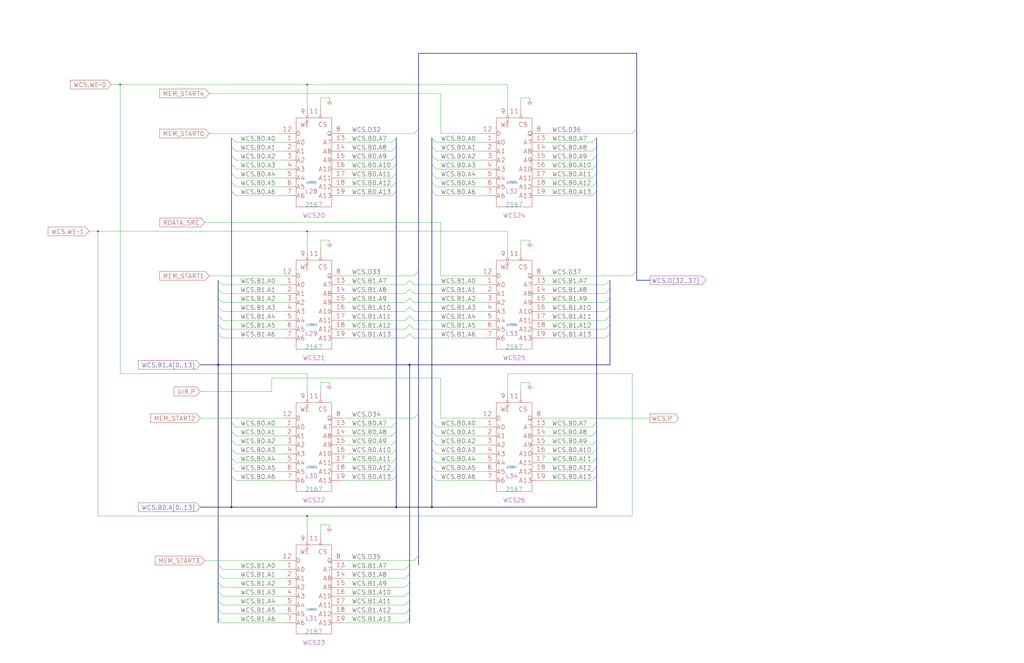
<source format=kicad_sch>
(kicad_sch (version 20211123) (generator eeschema)
  (paper "User" 584.2 378.46)
  (title_block (title "WRITABLE CONTROL STORE\\nBITS 32 to 37 AND PARITY") (date "20-MAR-90") (rev "1.0") (comment 1 "FIU") (comment 2 "232-003065") (comment 3 "S400") (comment 4 "RELEASED"))
  (lib_symbols
    (symbol "r1000:2167" (pin_numbers hide) (pin_names (offset 1.016) hide)
      (property "Reference" "U" (at 2.54 5.08 0))
      (property "Value" "2167" (at -1.27 -7.62 0))
      (property "Location" "___" (at -1.27 0 0))
      (property "Name" "______" (at 3.81 -15.24 0))
      (symbol "2167_1_1"
        (rectangle (start -6.35 41.91) (end 13.97 -8.89))
        (circle (center 0 42.545) (radius 0.635))
        (circle (center 7.62 42.545) (radius 0.635))
        (text "0" (at -2.54 27.94 0) (effects (font (size 2.54 2.54))))
        (text "0" (at 12.7 12.7 0) (effects (font (size 2.54 2.54))))
        (text "1" (at -12.7 35.56 0) (effects (font (size 2.54 2.54))))
        (text "1" (at -10.16 30.48 0) (effects (font (size 2.54 2.54))))
        (text "1" (at -2.54 22.86 0) (effects (font (size 2.54 2.54))))
        (text "1" (at 2.54 45.72 0) (effects (font (size 2.54 2.54))))
        (text "1" (at 5.08 45.72 0) (effects (font (size 2.54 2.54))))
        (text "1" (at 10.16 -2.54 0) (effects (font (size 2.54 2.54))))
        (text "1" (at 10.16 2.54 0) (effects (font (size 2.54 2.54))))
        (text "1" (at 10.16 7.62 0) (effects (font (size 2.54 2.54))))
        (text "1" (at 10.16 12.7 0) (effects (font (size 2.54 2.54))))
        (text "1" (at 12.7 7.62 0) (effects (font (size 2.54 2.54))))
        (text "1" (at 17.78 0 0) (effects (font (size 2.54 2.54))))
        (text "1" (at 17.78 5.08 0) (effects (font (size 2.54 2.54))))
        (text "1" (at 17.78 10.16 0) (effects (font (size 2.54 2.54))))
        (text "1" (at 17.78 15.24 0) (effects (font (size 2.54 2.54))))
        (text "1" (at 17.78 20.32 0) (effects (font (size 2.54 2.54))))
        (text "1" (at 17.78 25.4 0) (effects (font (size 2.54 2.54))))
        (text "1" (at 17.78 30.48 0) (effects (font (size 2.54 2.54))))
        (text "2" (at -10.16 25.4 0) (effects (font (size 2.54 2.54))))
        (text "2" (at -10.16 35.56 0) (effects (font (size 2.54 2.54))))
        (text "2" (at -2.54 17.78 0) (effects (font (size 2.54 2.54))))
        (text "2" (at 12.7 2.54 0) (effects (font (size 2.54 2.54))))
        (text "3" (at -10.16 20.32 0) (effects (font (size 2.54 2.54))))
        (text "3" (at -2.54 12.7 0) (effects (font (size 2.54 2.54))))
        (text "3" (at 12.7 -2.54 0) (effects (font (size 2.54 2.54))))
        (text "3" (at 20.32 30.48 0) (effects (font (size 2.54 2.54))))
        (text "4" (at -10.16 15.24 0) (effects (font (size 2.54 2.54))))
        (text "4" (at -2.54 7.62 0) (effects (font (size 2.54 2.54))))
        (text "4" (at 20.32 25.4 0) (effects (font (size 2.54 2.54))))
        (text "5" (at -10.16 10.16 0) (effects (font (size 2.54 2.54))))
        (text "5" (at -2.54 2.54 0) (effects (font (size 2.54 2.54))))
        (text "5" (at 20.32 20.32 0) (effects (font (size 2.54 2.54))))
        (text "6" (at -10.16 5.08 0) (effects (font (size 2.54 2.54))))
        (text "6" (at -2.54 -2.54 0) (effects (font (size 2.54 2.54))))
        (text "6" (at 20.32 15.24 0) (effects (font (size 2.54 2.54))))
        (text "7" (at -10.16 0 0) (effects (font (size 2.54 2.54))))
        (text "7" (at 12.7 27.94 0) (effects (font (size 2.54 2.54))))
        (text "7" (at 20.32 10.16 0) (effects (font (size 2.54 2.54))))
        (text "8" (at 12.7 22.86 0) (effects (font (size 2.54 2.54))))
        (text "8" (at 17.78 35.56 0) (effects (font (size 2.54 2.54))))
        (text "8" (at 20.32 5.08 0) (effects (font (size 2.54 2.54))))
        (text "9" (at -2.54 45.72 0) (effects (font (size 2.54 2.54))))
        (text "9" (at 12.7 17.78 0) (effects (font (size 2.54 2.54))))
        (text "9" (at 20.32 0 0) (effects (font (size 2.54 2.54))))
        (text "A" (at -5.08 -2.54 0) (effects (font (size 2.54 2.54))))
        (text "A" (at -5.08 2.54 0) (effects (font (size 2.54 2.54))))
        (text "A" (at -5.08 7.62 0) (effects (font (size 2.54 2.54))))
        (text "A" (at -5.08 12.7 0) (effects (font (size 2.54 2.54))))
        (text "A" (at -5.08 17.78 0) (effects (font (size 2.54 2.54))))
        (text "A" (at -5.08 22.86 0) (effects (font (size 2.54 2.54))))
        (text "A" (at -5.08 27.94 0) (effects (font (size 2.54 2.54))))
        (text "A" (at 7.62 -2.54 0) (effects (font (size 2.54 2.54))))
        (text "A" (at 7.62 2.54 0) (effects (font (size 2.54 2.54))))
        (text "A" (at 7.62 7.62 0) (effects (font (size 2.54 2.54))))
        (text "A" (at 7.62 12.7 0) (effects (font (size 2.54 2.54))))
        (text "A" (at 10.16 17.78 0) (effects (font (size 2.54 2.54))))
        (text "A" (at 10.16 22.86 0) (effects (font (size 2.54 2.54))))
        (text "A" (at 10.16 27.94 0) (effects (font (size 2.54 2.54))))
        (text "C" (at 7.62 38.1 0) (effects (font (size 2.54 2.54))))
        (text "D" (at -5.08 33.02 0) (effects (font (size 2.54 2.54))))
        (text "E" (at 0 38.1 0) (effects (font (size 2.54 2.54))))
        (text "Q" (at 12.7 33.02 0) (effects (font (size 2.54 2.54))))
        (text "S" (at 10.16 38.1 0) (effects (font (size 2.54 2.54))))
        (text "v" (at 0 40.64 0) (effects (font (size 2.54 2.54))))
        (text "W" (at -2.54 38.1 0) (effects (font (size 2.54 2.54))))
        (pin input line (at -12.7 27.94 0) (length 6.35) (name "A0") (number "1"))
        (pin input line (at 7.62 48.26 270) (length 5.08) (name "CS_") (number "11"))
        (pin input line (at -12.7 33.02 0) (length 6.35) (name "D") (number "12"))
        (pin input line (at 20.32 27.94 180) (length 6.35) (name "A7") (number "13"))
        (pin input line (at 20.32 22.86 180) (length 6.35) (name "A8") (number "14"))
        (pin input line (at 20.32 17.78 180) (length 6.35) (name "A9") (number "15"))
        (pin input line (at 20.32 12.7 180) (length 6.35) (name "A10") (number "16"))
        (pin input line (at 20.32 7.62 180) (length 6.35) (name "A11") (number "17"))
        (pin input line (at 20.32 2.54 180) (length 6.35) (name "A12") (number "18"))
        (pin input line (at 20.32 -2.54 180) (length 6.35) (name "A13") (number "19"))
        (pin input line (at -12.7 22.86 0) (length 6.35) (name "A1") (number "2"))
        (pin input line (at -12.7 17.78 0) (length 6.35) (name "A2") (number "3"))
        (pin input line (at -12.7 12.7 0) (length 6.35) (name "A3") (number "4"))
        (pin input line (at -12.7 7.62 0) (length 6.35) (name "A4") (number "5"))
        (pin input line (at -12.7 2.54 0) (length 6.35) (name "A5") (number "6"))
        (pin input line (at -12.7 -2.54 0) (length 6.35) (name "A6") (number "7"))
        (pin output line (at 20.32 33.02 180) (length 6.35) (name "Q") (number "8"))
        (pin input line (at 0 48.26 270) (length 5.08) (name "WE_") (number "9"))
      )
    )
    (symbol "r1000:PD" (power) (pin_numbers hide) (pin_names hide) (in_bom no)
      (symbol "PD_0_1"
        (polyline (pts (xy 0 -2.54) (xy 1.27 -2.54) (xy 0 -3.81) (xy -1.27 -2.54) (xy 0 -2.54)) (stroke (width 0.1524)))
      )
      (symbol "PD_1_1"
        (pin power_in line (at 0 0 270) (length 2.54) (name "PD") (number "1"))
      )
    )
  )
  (junction (at 175.26 48.26))
  (junction (at 68.58 48.26))
  (junction (at 175.26 132.08))
  (junction (at 124.46 208.28))
  (junction (at 175.26 294.64))
  (junction (at 226.06 289.56))
  (junction (at 233.68 208.28))
  (junction (at 132.08 289.56))
  (junction (at 246.38 289.56))
  (junction (at 55.88 132.08))
  (bus_entry (at 340.36 78.74) (size -2.54 2.54))
  (bus_entry (at 340.36 109.22) (size -2.54 2.54))
  (bus_entry (at 233.68 327.66) (size -2.54 2.54))
  (bus_entry (at 233.68 190.5) (size -2.54 2.54))
  (bus_entry (at 347.98 180.34) (size -2.54 2.54))
  (bus_entry (at 233.68 160.02) (size -2.54 2.54))
  (bus_entry (at 226.06 261.62) (size -2.54 2.54))
  (bus_entry (at 132.08 99.06) (size 2.54 2.54))
  (bus_entry (at 124.46 160.02) (size 2.54 2.54))
  (bus_entry (at 226.06 241.3) (size -2.54 2.54))
  (bus_entry (at 124.46 190.5) (size 2.54 2.54))
  (bus_entry (at 340.36 83.82) (size -2.54 2.54))
  (bus_entry (at 246.38 78.74) (size 2.54 2.54))
  (bus_entry (at 132.08 88.9) (size 2.54 2.54))
  (bus_entry (at 226.06 256.54) (size -2.54 2.54))
  (bus_entry (at 226.06 78.74) (size -2.54 2.54))
  (bus_entry (at 132.08 256.54) (size 2.54 2.54))
  (bus_entry (at 347.98 185.42) (size -2.54 2.54))
  (bus_entry (at 246.38 241.3) (size 2.54 2.54))
  (bus_entry (at 226.06 109.22) (size -2.54 2.54))
  (bus_entry (at 132.08 266.7) (size 2.54 2.54))
  (bus_entry (at 226.06 251.46) (size -2.54 2.54))
  (bus_entry (at 233.68 332.74) (size -2.54 2.54))
  (bus_entry (at 233.68 170.18) (size 2.54 2.54))
  (bus_entry (at 124.46 165.1) (size 2.54 2.54))
  (bus_entry (at 132.08 271.78) (size 2.54 2.54))
  (bus_entry (at 132.08 246.38) (size 2.54 2.54))
  (bus_entry (at 132.08 261.62) (size 2.54 2.54))
  (bus_entry (at 233.68 190.5) (size 2.54 2.54))
  (bus_entry (at 233.68 347.98) (size -2.54 2.54))
  (bus_entry (at 340.36 246.38) (size -2.54 2.54))
  (bus_entry (at 226.06 83.82) (size -2.54 2.54))
  (bus_entry (at 132.08 104.14) (size 2.54 2.54))
  (bus_entry (at 246.38 256.54) (size 2.54 2.54))
  (bus_entry (at 246.38 266.7) (size 2.54 2.54))
  (bus_entry (at 233.68 342.9) (size -2.54 2.54))
  (bus_entry (at 340.36 99.06) (size -2.54 2.54))
  (bus_entry (at 347.98 165.1) (size -2.54 2.54))
  (bus_entry (at 226.06 271.78) (size -2.54 2.54))
  (bus_entry (at 246.38 99.06) (size 2.54 2.54))
  (bus_entry (at 233.68 165.1) (size 2.54 2.54))
  (bus_entry (at 340.36 93.98) (size -2.54 2.54))
  (bus_entry (at 226.06 99.06) (size -2.54 2.54))
  (bus_entry (at 233.68 180.34) (size -2.54 2.54))
  (bus_entry (at 226.06 93.98) (size -2.54 2.54))
  (bus_entry (at 124.46 170.18) (size 2.54 2.54))
  (bus_entry (at 246.38 271.78) (size 2.54 2.54))
  (bus_entry (at 233.68 175.26) (size -2.54 2.54))
  (bus_entry (at 340.36 266.7) (size -2.54 2.54))
  (bus_entry (at 124.46 175.26) (size 2.54 2.54))
  (bus_entry (at 233.68 322.58) (size -2.54 2.54))
  (bus_entry (at 340.36 104.14) (size -2.54 2.54))
  (bus_entry (at 347.98 175.26) (size -2.54 2.54))
  (bus_entry (at 233.68 160.02) (size 2.54 2.54))
  (bus_entry (at 340.36 251.46) (size -2.54 2.54))
  (bus_entry (at 124.46 180.34) (size 2.54 2.54))
  (bus_entry (at 233.68 185.42) (size -2.54 2.54))
  (bus_entry (at 124.46 347.98) (size 2.54 2.54))
  (bus_entry (at 124.46 332.74) (size 2.54 2.54))
  (bus_entry (at 124.46 185.42) (size 2.54 2.54))
  (bus_entry (at 246.38 93.98) (size 2.54 2.54))
  (bus_entry (at 124.46 342.9) (size 2.54 2.54))
  (bus_entry (at 246.38 251.46) (size 2.54 2.54))
  (bus_entry (at 233.68 185.42) (size 2.54 2.54))
  (bus_entry (at 233.68 337.82) (size -2.54 2.54))
  (bus_entry (at 340.36 261.62) (size -2.54 2.54))
  (bus_entry (at 132.08 109.22) (size 2.54 2.54))
  (bus_entry (at 233.68 353.06) (size -2.54 2.54))
  (bus_entry (at 246.38 104.14) (size 2.54 2.54))
  (bus_entry (at 340.36 271.78) (size -2.54 2.54))
  (bus_entry (at 124.46 322.58) (size 2.54 2.54))
  (bus_entry (at 233.68 180.34) (size 2.54 2.54))
  (bus_entry (at 246.38 83.82) (size 2.54 2.54))
  (bus_entry (at 347.98 170.18) (size -2.54 2.54))
  (bus_entry (at 132.08 83.82) (size 2.54 2.54))
  (bus_entry (at 340.36 256.54) (size -2.54 2.54))
  (bus_entry (at 340.36 241.3) (size -2.54 2.54))
  (bus_entry (at 246.38 261.62) (size 2.54 2.54))
  (bus_entry (at 124.46 327.66) (size 2.54 2.54))
  (bus_entry (at 226.06 246.38) (size -2.54 2.54))
  (bus_entry (at 246.38 109.22) (size 2.54 2.54))
  (bus_entry (at 347.98 190.5) (size -2.54 2.54))
  (bus_entry (at 233.68 175.26) (size 2.54 2.54))
  (bus_entry (at 246.38 88.9) (size 2.54 2.54))
  (bus_entry (at 226.06 88.9) (size -2.54 2.54))
  (bus_entry (at 132.08 78.74) (size 2.54 2.54))
  (bus_entry (at 132.08 251.46) (size 2.54 2.54))
  (bus_entry (at 132.08 241.3) (size 2.54 2.54))
  (bus_entry (at 124.46 337.82) (size 2.54 2.54))
  (bus_entry (at 233.68 170.18) (size -2.54 2.54))
  (bus_entry (at 226.06 266.7) (size -2.54 2.54))
  (bus_entry (at 124.46 353.06) (size 2.54 2.54))
  (bus_entry (at 238.76 73.66) (size -2.54 2.54))
  (bus_entry (at 238.76 154.94) (size -2.54 2.54))
  (bus_entry (at 238.76 236.22) (size -2.54 2.54))
  (bus_entry (at 238.76 317.5) (size -2.54 2.54))
  (bus_entry (at 363.22 73.66) (size -2.54 2.54))
  (bus_entry (at 363.22 154.94) (size -2.54 2.54))
  (bus_entry (at 226.06 104.14) (size -2.54 2.54))
  (bus_entry (at 340.36 88.9) (size -2.54 2.54))
  (bus_entry (at 347.98 160.02) (size -2.54 2.54))
  (bus_entry (at 246.38 246.38) (size 2.54 2.54))
  (bus_entry (at 132.08 93.98) (size 2.54 2.54))
  (bus_entry (at 233.68 165.1) (size -2.54 2.54))
  (wire (pts (xy 195.58 162.56) (xy 231.14 162.56)))
  (bus (pts (xy 132.08 266.7) (xy 132.08 271.78)))
  (wire (pts (xy 195.58 274.32) (xy 223.52 274.32)))
  (wire (pts (xy 182.88 142.24) (xy 182.88 137.16)))
  (bus (pts (xy 132.08 261.62) (xy 132.08 266.7)))
  (bus (pts (xy 226.06 93.98) (xy 226.06 99.06)))
  (bus (pts (xy 124.46 170.18) (xy 124.46 175.26)))
  (wire (pts (xy 134.62 81.28) (xy 162.56 81.28)))
  (bus (pts (xy 132.08 271.78) (xy 132.08 289.56)))
  (wire (pts (xy 248.92 106.68) (xy 276.86 106.68)))
  (bus (pts (xy 340.36 241.3) (xy 340.36 246.38)))
  (wire (pts (xy 195.58 167.64) (xy 231.14 167.64)))
  (bus (pts (xy 124.46 337.82) (xy 124.46 342.9)))
  (bus (pts (xy 340.36 251.46) (xy 340.36 256.54)))
  (wire (pts (xy 195.58 86.36) (xy 223.52 86.36)))
  (bus (pts (xy 226.06 246.38) (xy 226.06 251.46)))
  (bus (pts (xy 246.38 246.38) (xy 246.38 251.46)))
  (bus (pts (xy 226.06 261.62) (xy 226.06 266.7)))
  (bus (pts (xy 340.36 266.7) (xy 340.36 271.78)))
  (bus (pts (xy 226.06 256.54) (xy 226.06 261.62)))
  (bus (pts (xy 226.06 88.9) (xy 226.06 93.98)))
  (bus (pts (xy 246.38 104.14) (xy 246.38 109.22)))
  (bus (pts (xy 347.98 170.18) (xy 347.98 175.26)))
  (wire (pts (xy 134.62 269.24) (xy 162.56 269.24)))
  (wire (pts (xy 309.88 193.04) (xy 345.44 193.04)))
  (wire (pts (xy 195.58 345.44) (xy 231.14 345.44)))
  (wire (pts (xy 195.58 259.08) (xy 223.52 259.08)))
  (bus (pts (xy 124.46 208.28) (xy 124.46 322.58)))
  (bus (pts (xy 347.98 165.1) (xy 347.98 170.18)))
  (bus (pts (xy 246.38 251.46) (xy 246.38 256.54)))
  (wire (pts (xy 119.38 157.48) (xy 162.56 157.48)))
  (bus (pts (xy 246.38 88.9) (xy 246.38 93.98)))
  (wire (pts (xy 134.62 86.36) (xy 162.56 86.36)))
  (wire (pts (xy 309.88 254) (xy 337.82 254)))
  (wire (pts (xy 309.88 157.48) (xy 360.68 157.48)))
  (wire (pts (xy 134.62 101.6) (xy 162.56 101.6)))
  (bus (pts (xy 124.46 332.74) (xy 124.46 337.82)))
  (wire (pts (xy 195.58 243.84) (xy 223.52 243.84)))
  (wire (pts (xy 134.62 259.08) (xy 162.56 259.08)))
  (bus (pts (xy 233.68 337.82) (xy 233.68 342.9)))
  (wire (pts (xy 195.58 106.68) (xy 223.52 106.68)))
  (wire (pts (xy 248.92 86.36) (xy 276.86 86.36)))
  (wire (pts (xy 236.22 172.72) (xy 276.86 172.72)))
  (wire (pts (xy 195.58 187.96) (xy 231.14 187.96)))
  (wire (pts (xy 182.88 137.16) (xy 187.96 137.16)))
  (bus (pts (xy 347.98 190.5) (xy 347.98 208.28)))
  (wire (pts (xy 236.22 177.8) (xy 276.86 177.8)))
  (bus (pts (xy 226.06 266.7) (xy 226.06 271.78)))
  (wire (pts (xy 134.62 91.44) (xy 162.56 91.44)))
  (bus (pts (xy 226.06 241.3) (xy 226.06 246.38)))
  (wire (pts (xy 309.88 101.6) (xy 337.82 101.6)))
  (wire (pts (xy 248.92 274.32) (xy 276.86 274.32)))
  (wire (pts (xy 127 167.64) (xy 162.56 167.64)))
  (wire (pts (xy 182.88 299.72) (xy 187.96 299.72)))
  (bus (pts (xy 233.68 342.9) (xy 233.68 347.98)))
  (bus (pts (xy 124.46 353.06) (xy 124.46 355.6)))
  (wire (pts (xy 248.92 81.28) (xy 276.86 81.28)))
  (wire (pts (xy 309.88 111.76) (xy 337.82 111.76)))
  (bus (pts (xy 132.08 104.14) (xy 132.08 109.22)))
  (bus (pts (xy 124.46 322.58) (xy 124.46 327.66)))
  (bus (pts (xy 114.3 208.28) (xy 124.46 208.28)))
  (bus (pts (xy 124.46 160.02) (xy 124.46 165.1)))
  (bus (pts (xy 233.68 208.28) (xy 124.46 208.28)))
  (bus (pts (xy 347.98 208.28) (xy 233.68 208.28)))
  (wire (pts (xy 248.92 91.44) (xy 276.86 91.44)))
  (bus (pts (xy 233.68 332.74) (xy 233.68 337.82)))
  (bus (pts (xy 132.08 241.3) (xy 132.08 246.38)))
  (bus (pts (xy 233.68 322.58) (xy 233.68 327.66)))
  (bus (pts (xy 340.36 109.22) (xy 340.36 241.3)))
  (wire (pts (xy 309.88 76.2) (xy 360.68 76.2)))
  (bus (pts (xy 246.38 266.7) (xy 246.38 271.78)))
  (bus (pts (xy 340.36 261.62) (xy 340.36 266.7)))
  (wire (pts (xy 297.18 55.88) (xy 302.26 55.88)))
  (wire (pts (xy 195.58 335.28) (xy 231.14 335.28)))
  (wire (pts (xy 309.88 162.56) (xy 345.44 162.56)))
  (bus (pts (xy 124.46 347.98) (xy 124.46 353.06)))
  (wire (pts (xy 127 187.96) (xy 162.56 187.96)))
  (wire (pts (xy 297.18 137.16) (xy 302.26 137.16)))
  (wire (pts (xy 175.26 132.08) (xy 175.26 142.24)))
  (wire (pts (xy 114.3 238.76) (xy 162.56 238.76)))
  (wire (pts (xy 127 345.44) (xy 162.56 345.44)))
  (wire (pts (xy 251.46 53.34) (xy 119.38 53.34)))
  (wire (pts (xy 251.46 76.2) (xy 251.46 53.34)))
  (wire (pts (xy 127 172.72) (xy 162.56 172.72)))
  (wire (pts (xy 175.26 213.36) (xy 175.26 223.52)))
  (wire (pts (xy 289.56 223.52) (xy 289.56 213.36)))
  (bus (pts (xy 132.08 109.22) (xy 132.08 241.3)))
  (bus (pts (xy 238.76 30.48) (xy 238.76 73.66)))
  (bus (pts (xy 238.76 30.48) (xy 363.22 30.48)))
  (bus (pts (xy 363.22 30.48) (xy 363.22 73.66)))
  (wire (pts (xy 309.88 269.24) (xy 337.82 269.24)))
  (wire (pts (xy 248.92 254) (xy 276.86 254)))
  (bus (pts (xy 132.08 93.98) (xy 132.08 99.06)))
  (bus (pts (xy 340.36 256.54) (xy 340.36 261.62)))
  (bus (pts (xy 340.36 271.78) (xy 340.36 289.56)))
  (bus (pts (xy 132.08 83.82) (xy 132.08 88.9)))
  (wire (pts (xy 309.88 182.88) (xy 345.44 182.88)))
  (wire (pts (xy 297.18 223.52) (xy 297.18 218.44)))
  (bus (pts (xy 347.98 180.34) (xy 347.98 185.42)))
  (bus (pts (xy 347.98 160.02) (xy 347.98 165.1)))
  (bus (pts (xy 246.38 241.3) (xy 246.38 246.38)))
  (bus (pts (xy 340.36 104.14) (xy 340.36 109.22)))
  (bus (pts (xy 132.08 251.46) (xy 132.08 256.54)))
  (wire (pts (xy 114.3 223.52) (xy 154.94 223.52)))
  (wire (pts (xy 154.94 215.9) (xy 251.46 215.9)))
  (wire (pts (xy 154.94 223.52) (xy 154.94 215.9)))
  (wire (pts (xy 251.46 215.9) (xy 251.46 238.76)))
  (bus (pts (xy 226.06 251.46) (xy 226.06 256.54)))
  (wire (pts (xy 127 350.52) (xy 162.56 350.52)))
  (wire (pts (xy 119.38 76.2) (xy 162.56 76.2)))
  (wire (pts (xy 309.88 86.36) (xy 337.82 86.36)))
  (wire (pts (xy 195.58 269.24) (xy 223.52 269.24)))
  (wire (pts (xy 134.62 106.68) (xy 162.56 106.68)))
  (wire (pts (xy 195.58 320.04) (xy 236.22 320.04)))
  (wire (pts (xy 175.26 48.26) (xy 175.26 60.96)))
  (bus (pts (xy 124.46 165.1) (xy 124.46 170.18)))
  (wire (pts (xy 236.22 167.64) (xy 276.86 167.64)))
  (wire (pts (xy 309.88 96.52) (xy 337.82 96.52)))
  (wire (pts (xy 195.58 238.76) (xy 236.22 238.76)))
  (wire (pts (xy 309.88 248.92) (xy 337.82 248.92)))
  (wire (pts (xy 309.88 264.16) (xy 337.82 264.16)))
  (wire (pts (xy 127 182.88) (xy 162.56 182.88)))
  (bus (pts (xy 233.68 208.28) (xy 233.68 322.58)))
  (bus (pts (xy 233.68 327.66) (xy 233.68 332.74)))
  (wire (pts (xy 195.58 350.52) (xy 231.14 350.52)))
  (bus (pts (xy 363.22 73.66) (xy 363.22 154.94)))
  (bus (pts (xy 124.46 175.26) (xy 124.46 180.34)))
  (wire (pts (xy 297.18 60.96) (xy 297.18 55.88)))
  (wire (pts (xy 127 340.36) (xy 162.56 340.36)))
  (wire (pts (xy 127 325.12) (xy 162.56 325.12)))
  (wire (pts (xy 182.88 218.44) (xy 187.96 218.44)))
  (wire (pts (xy 251.46 238.76) (xy 276.86 238.76)))
  (wire (pts (xy 297.18 142.24) (xy 297.18 137.16)))
  (wire (pts (xy 236.22 187.96) (xy 276.86 187.96)))
  (bus (pts (xy 246.38 93.98) (xy 246.38 99.06)))
  (wire (pts (xy 134.62 274.32) (xy 162.56 274.32)))
  (bus (pts (xy 363.22 154.94) (xy 363.22 160.02)))
  (wire (pts (xy 309.88 243.84) (xy 337.82 243.84)))
  (bus (pts (xy 132.08 246.38) (xy 132.08 251.46)))
  (wire (pts (xy 309.88 274.32) (xy 337.82 274.32)))
  (bus (pts (xy 124.46 190.5) (xy 124.46 208.28)))
  (wire (pts (xy 182.88 304.8) (xy 182.88 299.72)))
  (bus (pts (xy 340.36 99.06) (xy 340.36 104.14)))
  (bus (pts (xy 124.46 342.9) (xy 124.46 347.98)))
  (wire (pts (xy 55.88 132.08) (xy 175.26 132.08)))
  (wire (pts (xy 55.88 294.64) (xy 55.88 132.08)))
  (wire (pts (xy 175.26 132.08) (xy 289.56 132.08)))
  (wire (pts (xy 175.26 294.64) (xy 55.88 294.64)))
  (wire (pts (xy 175.26 304.8) (xy 175.26 294.64)))
  (wire (pts (xy 289.56 132.08) (xy 289.56 142.24)))
  (bus (pts (xy 124.46 180.34) (xy 124.46 185.42)))
  (wire (pts (xy 309.88 91.44) (xy 337.82 91.44)))
  (wire (pts (xy 195.58 177.8) (xy 231.14 177.8)))
  (wire (pts (xy 195.58 172.72) (xy 231.14 172.72)))
  (wire (pts (xy 182.88 223.52) (xy 182.88 218.44)))
  (bus (pts (xy 246.38 83.82) (xy 246.38 88.9)))
  (bus (pts (xy 226.06 99.06) (xy 226.06 104.14)))
  (bus (pts (xy 238.76 73.66) (xy 238.76 154.94)))
  (bus (pts (xy 132.08 99.06) (xy 132.08 104.14)))
  (wire (pts (xy 195.58 330.2) (xy 231.14 330.2)))
  (wire (pts (xy 248.92 248.92) (xy 276.86 248.92)))
  (bus (pts (xy 124.46 185.42) (xy 124.46 190.5)))
  (wire (pts (xy 248.92 259.08) (xy 276.86 259.08)))
  (bus (pts (xy 226.06 271.78) (xy 226.06 289.56)))
  (wire (pts (xy 289.56 213.36) (xy 360.68 213.36)))
  (wire (pts (xy 360.68 213.36) (xy 360.68 294.64)))
  (wire (pts (xy 360.68 294.64) (xy 175.26 294.64)))
  (bus (pts (xy 363.22 160.02) (xy 370.84 160.02)))
  (wire (pts (xy 195.58 111.76) (xy 223.52 111.76)))
  (wire (pts (xy 309.88 177.8) (xy 345.44 177.8)))
  (wire (pts (xy 248.92 243.84) (xy 276.86 243.84)))
  (bus (pts (xy 238.76 236.22) (xy 238.76 317.5)))
  (bus (pts (xy 114.3 289.56) (xy 132.08 289.56)))
  (bus (pts (xy 132.08 289.56) (xy 226.06 289.56)))
  (bus (pts (xy 226.06 289.56) (xy 246.38 289.56)))
  (bus (pts (xy 246.38 289.56) (xy 340.36 289.56)))
  (bus (pts (xy 340.36 78.74) (xy 340.36 83.82)))
  (wire (pts (xy 309.88 106.68) (xy 337.82 106.68)))
  (wire (pts (xy 251.46 127) (xy 116.84 127)))
  (wire (pts (xy 251.46 157.48) (xy 251.46 127)))
  (wire (pts (xy 195.58 91.44) (xy 223.52 91.44)))
  (bus (pts (xy 124.46 327.66) (xy 124.46 332.74)))
  (wire (pts (xy 309.88 172.72) (xy 345.44 172.72)))
  (wire (pts (xy 134.62 243.84) (xy 162.56 243.84)))
  (wire (pts (xy 134.62 248.92) (xy 162.56 248.92)))
  (bus (pts (xy 246.38 99.06) (xy 246.38 104.14)))
  (bus (pts (xy 233.68 347.98) (xy 233.68 353.06)))
  (bus (pts (xy 340.36 83.82) (xy 340.36 88.9)))
  (wire (pts (xy 68.58 48.26) (xy 68.58 213.36)))
  (wire (pts (xy 68.58 213.36) (xy 175.26 213.36)))
  (wire (pts (xy 175.26 48.26) (xy 68.58 48.26)))
  (wire (pts (xy 289.56 48.26) (xy 175.26 48.26)))
  (wire (pts (xy 289.56 60.96) (xy 289.56 48.26)))
  (wire (pts (xy 248.92 269.24) (xy 276.86 269.24)))
  (wire (pts (xy 248.92 111.76) (xy 276.86 111.76)))
  (wire (pts (xy 127 193.04) (xy 162.56 193.04)))
  (bus (pts (xy 347.98 175.26) (xy 347.98 180.34)))
  (bus (pts (xy 226.06 83.82) (xy 226.06 88.9)))
  (bus (pts (xy 238.76 154.94) (xy 238.76 236.22)))
  (wire (pts (xy 127 162.56) (xy 162.56 162.56)))
  (bus (pts (xy 226.06 109.22) (xy 226.06 241.3)))
  (wire (pts (xy 309.88 238.76) (xy 370.84 238.76)))
  (wire (pts (xy 309.88 167.64) (xy 345.44 167.64)))
  (bus (pts (xy 340.36 93.98) (xy 340.36 99.06)))
  (wire (pts (xy 236.22 182.88) (xy 276.86 182.88)))
  (wire (pts (xy 127 177.8) (xy 162.56 177.8)))
  (wire (pts (xy 195.58 101.6) (xy 223.52 101.6)))
  (wire (pts (xy 195.58 325.12) (xy 231.14 325.12)))
  (bus (pts (xy 226.06 104.14) (xy 226.06 109.22)))
  (wire (pts (xy 127 335.28) (xy 162.56 335.28)))
  (wire (pts (xy 127 355.6) (xy 162.56 355.6)))
  (bus (pts (xy 233.68 353.06) (xy 233.68 355.6)))
  (wire (pts (xy 248.92 264.16) (xy 276.86 264.16)))
  (bus (pts (xy 226.06 78.74) (xy 226.06 83.82)))
  (bus (pts (xy 246.38 78.74) (xy 246.38 83.82)))
  (wire (pts (xy 116.84 320.04) (xy 162.56 320.04)))
  (wire (pts (xy 195.58 355.6) (xy 231.14 355.6)))
  (wire (pts (xy 195.58 182.88) (xy 231.14 182.88)))
  (bus (pts (xy 246.38 261.62) (xy 246.38 266.7)))
  (bus (pts (xy 132.08 88.9) (xy 132.08 93.98)))
  (bus (pts (xy 340.36 88.9) (xy 340.36 93.98)))
  (wire (pts (xy 236.22 193.04) (xy 276.86 193.04)))
  (wire (pts (xy 195.58 157.48) (xy 236.22 157.48)))
  (wire (pts (xy 195.58 248.92) (xy 223.52 248.92)))
  (wire (pts (xy 182.88 55.88) (xy 187.96 55.88)))
  (wire (pts (xy 182.88 60.96) (xy 182.88 55.88)))
  (wire (pts (xy 195.58 340.36) (xy 231.14 340.36)))
  (wire (pts (xy 248.92 101.6) (xy 276.86 101.6)))
  (wire (pts (xy 309.88 187.96) (xy 345.44 187.96)))
  (wire (pts (xy 195.58 76.2) (xy 236.22 76.2)))
  (wire (pts (xy 251.46 76.2) (xy 276.86 76.2)))
  (wire (pts (xy 251.46 157.48) (xy 276.86 157.48)))
  (wire (pts (xy 134.62 96.52) (xy 162.56 96.52)))
  (wire (pts (xy 134.62 264.16) (xy 162.56 264.16)))
  (wire (pts (xy 195.58 81.28) (xy 223.52 81.28)))
  (bus (pts (xy 246.38 256.54) (xy 246.38 261.62)))
  (wire (pts (xy 195.58 193.04) (xy 231.14 193.04)))
  (bus (pts (xy 340.36 246.38) (xy 340.36 251.46)))
  (wire (pts (xy 297.18 218.44) (xy 302.26 218.44)))
  (wire (pts (xy 127 330.2) (xy 162.56 330.2)))
  (bus (pts (xy 347.98 185.42) (xy 347.98 190.5)))
  (bus (pts (xy 132.08 256.54) (xy 132.08 261.62)))
  (bus (pts (xy 238.76 317.5) (xy 238.76 322.58)))
  (bus (pts (xy 246.38 271.78) (xy 246.38 289.56)))
  (wire (pts (xy 309.88 259.08) (xy 337.82 259.08)))
  (wire (pts (xy 236.22 162.56) (xy 276.86 162.56)))
  (wire (pts (xy 134.62 254) (xy 162.56 254)))
  (wire (pts (xy 63.5 48.26) (xy 68.58 48.26)))
  (bus (pts (xy 246.38 109.22) (xy 246.38 241.3)))
  (wire (pts (xy 248.92 96.52) (xy 276.86 96.52)))
  (wire (pts (xy 309.88 81.28) (xy 337.82 81.28)))
  (wire (pts (xy 50.8 132.08) (xy 55.88 132.08)))
  (wire (pts (xy 134.62 111.76) (xy 162.56 111.76)))
  (bus (pts (xy 132.08 78.74) (xy 132.08 83.82)))
  (wire (pts (xy 195.58 264.16) (xy 223.52 264.16)))
  (wire (pts (xy 195.58 96.52) (xy 223.52 96.52)))
  (wire (pts (xy 195.58 254) (xy 223.52 254)))
  (label "WCS.B1.A6" (at 137.16 193.04 0) (effects (font (size 2.54 2.54))))
  (label "WCS.B1.A4" (at 251.46 182.88 0) (effects (font (size 2.54 2.54))))
  (label "WCS.B0.A7" (at 314.96 243.84 0) (effects (font (size 2.54 2.54))))
  (label "WCS.B0.A7" (at 200.66 81.28 0) (effects (font (size 2.54 2.54))))
  (label "WCS.B0.A13" (at 200.66 111.76 0) (effects (font (size 2.54 2.54))))
  (label "WCS.B1.A0" (at 137.16 162.56 0) (effects (font (size 2.54 2.54))))
  (label "WCS.B0.A5" (at 137.16 106.68 0) (effects (font (size 2.54 2.54))))
  (label "WCS.B0.A12" (at 314.96 106.68 0) (effects (font (size 2.54 2.54))))
  (label "WCS.D37" (at 314.96 157.48 0) (effects (font (size 2.54 2.54))))
  (label "WCS.B0.A8" (at 314.96 86.36 0) (effects (font (size 2.54 2.54))))
  (label "WCS.B1.A10" (at 200.66 177.8 0) (effects (font (size 2.54 2.54))))
  (label "WCS.D32" (at 200.66 76.2 0) (effects (font (size 2.54 2.54))))
  (label "WCS.B1.A9" (at 314.96 172.72 0) (effects (font (size 2.54 2.54))))
  (label "WCS.B0.A2" (at 137.16 254 0) (effects (font (size 2.54 2.54))))
  (label "WCS.B0.A1" (at 251.46 248.92 0) (effects (font (size 2.54 2.54))))
  (label "WCS.B0.A6" (at 137.16 111.76 0) (effects (font (size 2.54 2.54))))
  (label "WCS.B1.A2" (at 137.16 172.72 0) (effects (font (size 2.54 2.54))))
  (label "WCS.B0.A12" (at 314.96 269.24 0) (effects (font (size 2.54 2.54))))
  (label "WCS.B0.A0" (at 251.46 81.28 0) (effects (font (size 2.54 2.54))))
  (label "WCS.B0.A0" (at 137.16 243.84 0) (effects (font (size 2.54 2.54))))
  (label "WCS.B0.A3" (at 251.46 96.52 0) (effects (font (size 2.54 2.54))))
  (label "WCS.B1.A3" (at 251.46 177.8 0) (effects (font (size 2.54 2.54))))
  (label "WCS.B1.A5" (at 137.16 350.52 0) (effects (font (size 2.54 2.54))))
  (label "WCS.B1.A8" (at 200.66 330.2 0) (effects (font (size 2.54 2.54))))
  (label "WCS.B0.A4" (at 137.16 264.16 0) (effects (font (size 2.54 2.54))))
  (label "WCS.B1.A7" (at 200.66 325.12 0) (effects (font (size 2.54 2.54))))
  (label "WCS.B0.A8" (at 200.66 86.36 0) (effects (font (size 2.54 2.54))))
  (label "WCS.B0.A12" (at 200.66 269.24 0) (effects (font (size 2.54 2.54))))
  (label "WCS.B0.A5" (at 251.46 106.68 0) (effects (font (size 2.54 2.54))))
  (label "WCS.B1.A12" (at 200.66 350.52 0) (effects (font (size 2.54 2.54))))
  (label "WCS.B0.A11" (at 200.66 101.6 0) (effects (font (size 2.54 2.54))))
  (label "WCS.B0.A1" (at 137.16 86.36 0) (effects (font (size 2.54 2.54))))
  (label "WCS.B1.A2" (at 137.16 335.28 0) (effects (font (size 2.54 2.54))))
  (label "WCS.B0.A2" (at 251.46 91.44 0) (effects (font (size 2.54 2.54))))
  (label "WCS.B0.A11" (at 200.66 264.16 0) (effects (font (size 2.54 2.54))))
  (label "WCS.B1.A12" (at 314.96 187.96 0) (effects (font (size 2.54 2.54))))
  (label "WCS.B1.A5" (at 137.16 187.96 0) (effects (font (size 2.54 2.54))))
  (label "WCS.B1.A3" (at 137.16 177.8 0) (effects (font (size 2.54 2.54))))
  (label "WCS.B0.A4" (at 251.46 101.6 0) (effects (font (size 2.54 2.54))))
  (label "WCS.B1.A8" (at 200.66 167.64 0) (effects (font (size 2.54 2.54))))
  (label "WCS.B0.A6" (at 251.46 274.32 0) (effects (font (size 2.54 2.54))))
  (label "WCS.B0.A10" (at 200.66 259.08 0) (effects (font (size 2.54 2.54))))
  (label "WCS.B1.A9" (at 200.66 172.72 0) (effects (font (size 2.54 2.54))))
  (label "WCS.B1.A9" (at 200.66 335.28 0) (effects (font (size 2.54 2.54))))
  (label "WCS.D33" (at 200.66 157.48 0) (effects (font (size 2.54 2.54))))
  (label "WCS.B0.A13" (at 314.96 111.76 0) (effects (font (size 2.54 2.54))))
  (label "WCS.B0.A4" (at 137.16 101.6 0) (effects (font (size 2.54 2.54))))
  (label "WCS.B1.A6" (at 251.46 193.04 0) (effects (font (size 2.54 2.54))))
  (label "WCS.B0.A12" (at 200.66 106.68 0) (effects (font (size 2.54 2.54))))
  (label "WCS.B0.A10" (at 314.96 96.52 0) (effects (font (size 2.54 2.54))))
  (label "WCS.B0.A11" (at 314.96 101.6 0) (effects (font (size 2.54 2.54))))
  (label "WCS.B0.A1" (at 251.46 86.36 0) (effects (font (size 2.54 2.54))))
  (label "WCS.B1.A1" (at 137.16 330.2 0) (effects (font (size 2.54 2.54))))
  (label "WCS.B1.A1" (at 137.16 167.64 0) (effects (font (size 2.54 2.54))))
  (label "WCS.B0.A0" (at 137.16 81.28 0) (effects (font (size 2.54 2.54))))
  (label "WCS.B0.A10" (at 200.66 96.52 0) (effects (font (size 2.54 2.54))))
  (label "WCS.B0.A3" (at 251.46 259.08 0) (effects (font (size 2.54 2.54))))
  (label "WCS.B1.A13" (at 200.66 355.6 0) (effects (font (size 2.54 2.54))))
  (label "WCS.B1.A7" (at 200.66 162.56 0) (effects (font (size 2.54 2.54))))
  (label "WCS.B1.A0" (at 137.16 325.12 0) (effects (font (size 2.54 2.54))))
  (label "WCS.B0.A0" (at 251.46 243.84 0) (effects (font (size 2.54 2.54))))
  (label "WCS.D36" (at 314.96 76.2 0) (effects (font (size 2.54 2.54))))
  (label "WCS.B0.A9" (at 200.66 254 0) (effects (font (size 2.54 2.54))))
  (label "WCS.B0.A4" (at 251.46 264.16 0) (effects (font (size 2.54 2.54))))
  (label "WCS.B0.A1" (at 137.16 248.92 0) (effects (font (size 2.54 2.54))))
  (label "WCS.B1.A11" (at 200.66 345.44 0) (effects (font (size 2.54 2.54))))
  (label "WCS.B1.A2" (at 251.46 172.72 0) (effects (font (size 2.54 2.54))))
  (label "WCS.B0.A2" (at 251.46 254 0) (effects (font (size 2.54 2.54))))
  (label "WCS.B0.A7" (at 314.96 81.28 0) (effects (font (size 2.54 2.54))))
  (label "WCS.B0.A2" (at 137.16 91.44 0) (effects (font (size 2.54 2.54))))
  (label "WCS.B1.A5" (at 251.46 187.96 0) (effects (font (size 2.54 2.54))))
  (label "WCS.B0.A9" (at 314.96 254 0) (effects (font (size 2.54 2.54))))
  (label "WCS.B1.A10" (at 314.96 177.8 0) (effects (font (size 2.54 2.54))))
  (label "WCS.B1.A4" (at 137.16 345.44 0) (effects (font (size 2.54 2.54))))
  (label "WCS.D35" (at 200.66 320.04 0) (effects (font (size 2.54 2.54))))
  (label "WCS.B0.A6" (at 251.46 111.76 0) (effects (font (size 2.54 2.54))))
  (label "WCS.B0.A3" (at 137.16 259.08 0) (effects (font (size 2.54 2.54))))
  (label "WCS.B1.A10" (at 200.66 340.36 0) (effects (font (size 2.54 2.54))))
  (label "WCS.B0.A5" (at 137.16 269.24 0) (effects (font (size 2.54 2.54))))
  (label "WCS.B0.A3" (at 137.16 96.52 0) (effects (font (size 2.54 2.54))))
  (label "WCS.B0.A13" (at 314.96 274.32 0) (effects (font (size 2.54 2.54))))
  (label "WCS.B0.A6" (at 137.16 274.32 0) (effects (font (size 2.54 2.54))))
  (label "WCS.B1.A11" (at 314.96 182.88 0) (effects (font (size 2.54 2.54))))
  (label "WCS.B1.A6" (at 137.16 355.6 0) (effects (font (size 2.54 2.54))))
  (label "WCS.B1.A3" (at 137.16 340.36 0) (effects (font (size 2.54 2.54))))
  (label "WCS.B0.A10" (at 314.96 259.08 0) (effects (font (size 2.54 2.54))))
  (label "WCS.B0.A5" (at 251.46 269.24 0) (effects (font (size 2.54 2.54))))
  (label "WCS.B1.A1" (at 251.46 167.64 0) (effects (font (size 2.54 2.54))))
  (label "WCS.B1.A11" (at 200.66 182.88 0) (effects (font (size 2.54 2.54))))
  (label "WCS.B0.A9" (at 200.66 91.44 0) (effects (font (size 2.54 2.54))))
  (label "WCS.B0.A13" (at 200.66 274.32 0) (effects (font (size 2.54 2.54))))
  (label "WCS.B1.A0" (at 251.46 162.56 0) (effects (font (size 2.54 2.54))))
  (label "WCS.B0.A8" (at 314.96 248.92 0) (effects (font (size 2.54 2.54))))
  (label "WCS.B0.A8" (at 200.66 248.92 0) (effects (font (size 2.54 2.54))))
  (label "WCS.B1.A13" (at 314.96 193.04 0) (effects (font (size 2.54 2.54))))
  (label "WCS.B1.A7" (at 314.96 162.56 0) (effects (font (size 2.54 2.54))))
  (label "WCS.B1.A13" (at 200.66 193.04 0) (effects (font (size 2.54 2.54))))
  (label "WCS.B0.A9" (at 314.96 91.44 0) (effects (font (size 2.54 2.54))))
  (label "WCS.B1.A12" (at 200.66 187.96 0) (effects (font (size 2.54 2.54))))
  (label "WCS.B0.A11" (at 314.96 264.16 0) (effects (font (size 2.54 2.54))))
  (label "WCS.B1.A4" (at 137.16 182.88 0) (effects (font (size 2.54 2.54))))
  (label "WCS.B1.A8" (at 314.96 167.64 0) (effects (font (size 2.54 2.54))))
  (label "WCS.B0.A7" (at 200.66 243.84 0) (effects (font (size 2.54 2.54))))
  (label "WCS.D34" (at 200.66 238.76 0) (effects (font (size 2.54 2.54))))
  (global_label "WCS.B0.A[0..13]" (shape input) (at 114.3 289.56 180) (effects (font (size 2.54 2.54))) (property "Intersheet References" "${INTERSHEET_REFS}" (at 79.1845 289.4013 0) (effects (font (size 2.54 2.54)) (justify right))))
  (global_label "MEM_START1" (shape input) (at 119.38 157.48 180) (effects (font (size 2.54 2.54))) (property "Intersheet References" "${INTERSHEET_REFS}" (at 91.2797 157.3213 0) (effects (font (size 2.54 2.54)) (justify right))))
  (global_label "RDATA_SRC" (shape input) (at 116.84 127 180) (effects (font (size 2.54 2.54))) (property "Intersheet References" "${INTERSHEET_REFS}" (at 91.4007 126.8413 0) (effects (font (size 2.54 2.54)) (justify right))))
  (global_label "WCS.P" (shape output) (at 370.84 238.76 0) (effects (font (size 2.54 2.54))) (property "Intersheet References" "${INTERSHEET_REFS}" (at 387.0869 238.6013 0) (effects (font (size 2.54 2.54)) (justify left))))
  (global_label "MEM_START0" (shape input) (at 119.38 76.2 180) (effects (font (size 2.54 2.54))) (property "Intersheet References" "${INTERSHEET_REFS}" (at 91.2797 76.0413 0) (effects (font (size 2.54 2.54)) (justify right))))
  (global_label "MEM_START2" (shape input) (at 114.3 238.76 180) (effects (font (size 2.54 2.54))) (property "Intersheet References" "${INTERSHEET_REFS}" (at 86.1997 238.6013 0) (effects (font (size 2.54 2.54)) (justify right))))
  (global_label "WCS.D[32..37]" (shape output) (at 370.84 160.02 0) (effects (font (size 2.54 2.54))) (property "Intersheet References" "${INTERSHEET_REFS}" (at 402.5688 159.8613 0) (effects (font (size 2.54 2.54)) (justify left))))
  (global_label "WCS.B1.A[0..13]" (shape input) (at 114.3 208.28 180) (effects (font (size 2.54 2.54))) (property "Intersheet References" "${INTERSHEET_REFS}" (at 79.1845 208.1213 0) (effects (font (size 2.54 2.54)) (justify right))))
  (global_label "WCS.WE~1" (shape input) (at 50.8 132.08 180) (effects (font (size 2.54 2.54))) (property "Intersheet References" "${INTERSHEET_REFS}" (at 27.6588 131.9213 0) (effects (font (size 2.54 2.54)) (justify right))))
  (global_label "UIR.P" (shape input) (at 114.3 223.52 180) (effects (font (size 2.54 2.54))) (property "Intersheet References" "${INTERSHEET_REFS}" (at 99.5045 223.3613 0) (effects (font (size 2.54 2.54)) (justify right))))
  (global_label "MEM_START3" (shape input) (at 116.84 320.04 180) (effects (font (size 2.54 2.54))) (property "Intersheet References" "${INTERSHEET_REFS}" (at 88.7397 319.8813 0) (effects (font (size 2.54 2.54)) (justify right))))
  (global_label "WCS.WE~0" (shape input) (at 63.5 48.26 180) (effects (font (size 2.54 2.54))) (property "Intersheet References" "${INTERSHEET_REFS}" (at 40.3588 48.1013 0) (effects (font (size 2.54 2.54)) (justify right))))
  (global_label "MEM_START4" (shape input) (at 119.38 53.34 180) (effects (font (size 2.54 2.54))) (property "Intersheet References" "${INTERSHEET_REFS}" (at 91.2797 53.1813 0) (effects (font (size 2.54 2.54)) (justify right))))
  (symbol (lib_id "r1000:2167") (at 289.56 271.78 0) (unit 1)
    (property "Reference" "U3907" (at 292.1 266.7 0))
    (property "Value" "2167" (at 288.29 279.4 0) (effects (font (size 2.54 2.54)) (justify left)))
    (property "Location" "L34" (at 288.29 271.78 0) (effects (font (size 2.54 2.54)) (justify left)))
    (property "Name" "WCS26" (at 293.37 287.02 0) (effects (font (size 2.54 2.54)) (justify bottom)))
  )
  (symbol (lib_id "r1000:PD") (at 302.26 218.44 0) (unit 1) (in_bom no)
    (property "Reference" "#PWR03907" (effects hide))
    (property "Value" "PD" (effects hide))
  )
  (symbol (lib_id "r1000:PD") (at 187.96 137.16 0) (unit 1) (in_bom no)
    (property "Reference" "#PWR03902" (effects hide))
    (property "Value" "PD" (effects hide))
  )
  (symbol (lib_id "r1000:PD") (at 302.26 137.16 0) (unit 1) (in_bom no)
    (property "Reference" "#PWR03906" (effects hide))
    (property "Value" "PD" (effects hide))
  )
  (symbol (lib_id "r1000:PD") (at 302.26 55.88 0) (unit 1) (in_bom no)
    (property "Reference" "#PWR03905" (effects hide))
    (property "Value" "PD" (effects hide))
  )
  (symbol (lib_id "r1000:PD") (at 187.96 218.44 0) (unit 1) (in_bom no)
    (property "Reference" "#PWR03903" (effects hide))
    (property "Value" "PD" (effects hide))
  )
  (symbol (lib_id "r1000:2167") (at 175.26 109.22 0) (unit 1)
    (property "Reference" "U3901" (at 177.8 104.14 0))
    (property "Value" "2167" (at 173.99 116.84 0) (effects (font (size 2.54 2.54)) (justify left)))
    (property "Location" "L28" (at 173.99 109.22 0) (effects (font (size 2.54 2.54)) (justify left)))
    (property "Name" "WCS20" (at 179.07 124.46 0) (effects (font (size 2.54 2.54)) (justify bottom)))
  )
  (symbol (lib_id "r1000:2167") (at 175.26 190.5 0) (unit 1)
    (property "Reference" "U3902" (at 177.8 185.42 0))
    (property "Value" "2167" (at 173.99 198.12 0) (effects (font (size 2.54 2.54)) (justify left)))
    (property "Location" "L29" (at 173.99 190.5 0) (effects (font (size 2.54 2.54)) (justify left)))
    (property "Name" "WCS21" (at 179.07 205.74 0) (effects (font (size 2.54 2.54)) (justify bottom)))
  )
  (symbol (lib_id "r1000:PD") (at 187.96 299.72 0) (unit 1) (in_bom no)
    (property "Reference" "#PWR03904" (effects hide))
    (property "Value" "PD" (effects hide))
  )
  (symbol (lib_id "r1000:2167") (at 175.26 353.06 0) (unit 1)
    (property "Reference" "U3904" (at 177.8 347.98 0))
    (property "Value" "2167" (at 173.99 360.68 0) (effects (font (size 2.54 2.54)) (justify left)))
    (property "Location" "L31" (at 173.99 353.06 0) (effects (font (size 2.54 2.54)) (justify left)))
    (property "Name" "WCS23" (at 179.07 368.3 0) (effects (font (size 2.54 2.54)) (justify bottom)))
  )
  (symbol (lib_id "r1000:PD") (at 187.96 55.88 0) (unit 1) (in_bom no)
    (property "Reference" "#PWR03901" (effects hide))
    (property "Value" "PD" (effects hide))
  )
  (symbol (lib_id "r1000:2167") (at 175.26 271.78 0) (unit 1)
    (property "Reference" "U3903" (at 177.8 266.7 0))
    (property "Value" "2167" (at 173.99 279.4 0) (effects (font (size 2.54 2.54)) (justify left)))
    (property "Location" "L30" (at 173.99 271.78 0) (effects (font (size 2.54 2.54)) (justify left)))
    (property "Name" "WCS22" (at 179.07 287.02 0) (effects (font (size 2.54 2.54)) (justify bottom)))
  )
  (symbol (lib_id "r1000:2167") (at 289.56 109.22 0) (unit 1)
    (property "Reference" "U3905" (at 292.1 104.14 0))
    (property "Value" "2167" (at 288.29 116.84 0) (effects (font (size 2.54 2.54)) (justify left)))
    (property "Location" "L32" (at 288.29 109.22 0) (effects (font (size 2.54 2.54)) (justify left)))
    (property "Name" "WCS24" (at 293.37 124.46 0) (effects (font (size 2.54 2.54)) (justify bottom)))
  )
  (symbol (lib_id "r1000:2167") (at 289.56 190.5 0) (unit 1)
    (property "Reference" "U3906" (at 292.1 185.42 0))
    (property "Value" "2167" (at 288.29 198.12 0) (effects (font (size 2.54 2.54)) (justify left)))
    (property "Location" "L33" (at 288.29 190.5 0) (effects (font (size 2.54 2.54)) (justify left)))
    (property "Name" "WCS25" (at 293.37 205.74 0) (effects (font (size 2.54 2.54)) (justify bottom)))
  )
)
</source>
